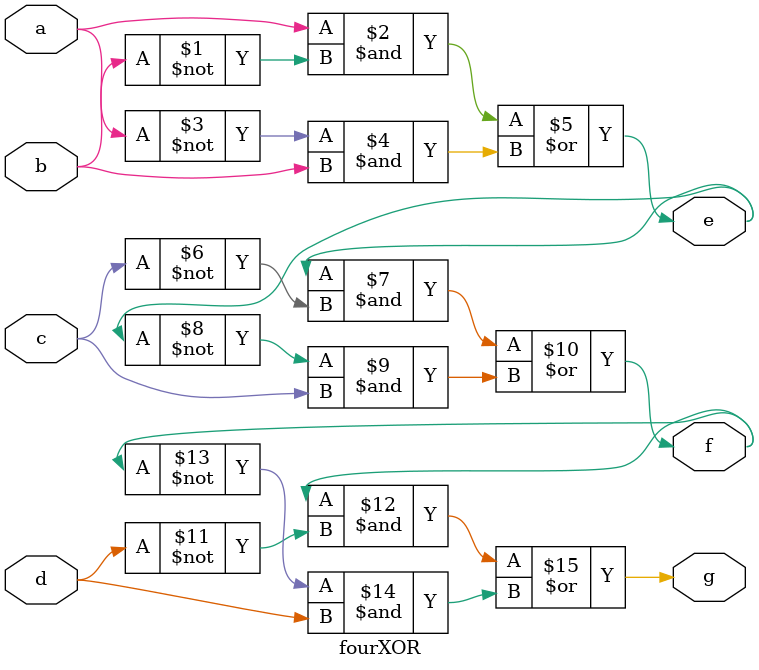
<source format=v>
`timescale 1ns / 1ps

module fourXOR(
    input a, b, c, d,
    output e, f, g
    );
    
assign e=a&(~b)|(~a)&b;
assign f=e&(~c)|(~e)&c;
assign g=f&(~d)|(~f)&d;

endmodule


</source>
